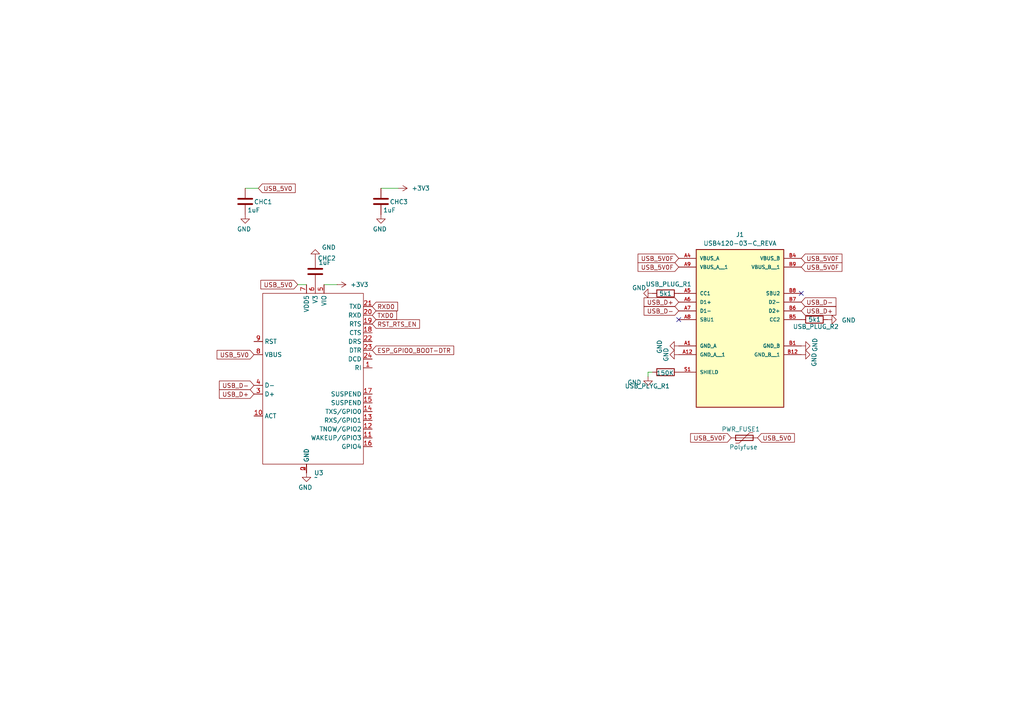
<source format=kicad_sch>
(kicad_sch
	(version 20240819)
	(generator "eeschema")
	(generator_version "8.99")
	(uuid "800deb79-5c77-443b-9c73-cd6e578abb0a")
	(paper "A4")
	(lib_symbols
		(symbol "AeonLabs_connectors:USB4120-03-C_REVA"
			(pin_names
				(offset 1.016)
			)
			(exclude_from_sim no)
			(in_bom yes)
			(on_board yes)
			(property "Reference" "J"
				(at -12.7 16.002 0)
				(effects
					(font
						(size 1.27 1.27)
					)
					(justify left bottom)
				)
			)
			(property "Value" "USB4120-03-C_REVA"
				(at -12.7 -31.242 0)
				(effects
					(font
						(size 1.27 1.27)
					)
					(justify left top)
				)
			)
			(property "Footprint" "AeonLabs_Connectors:USB-C Vertical GCT_USB4120-03-C_REVA"
				(at 9.8552 25.4254 0)
				(effects
					(font
						(size 1.27 1.27)
					)
					(justify bottom)
					(hide yes)
				)
			)
			(property "Datasheet" ""
				(at 0 0 0)
				(effects
					(font
						(size 1.27 1.27)
					)
					(hide yes)
				)
			)
			(property "Description" "USB 2.0 Connector Type C Vertical Receptacle, 6.50mm profile, 16 Pins, Surface mount, Top mount, low profile, low cost"
				(at 0.9652 24.4094 0)
				(effects
					(font
						(size 1.27 1.27)
					)
					(justify bottom)
					(hide yes)
				)
			)
			(property "MF" "Global Connector Technology"
				(at 8.4328 22.098 0)
				(effects
					(font
						(size 1.27 1.27)
					)
					(justify bottom)
					(hide yes)
				)
			)
			(property "MAXIMUM_PACKAGE_HEIGHT" "6.5mm"
				(at 10.0838 24.638 0)
				(effects
					(font
						(size 1.27 1.27)
					)
					(justify bottom)
					(hide yes)
				)
			)
			(property "Package" "None"
				(at 7.0866 24.5872 0)
				(effects
					(font
						(size 1.27 1.27)
					)
					(justify bottom)
					(hide yes)
				)
			)
			(property "Price" "None"
				(at 10.0838 24.3586 0)
				(effects
					(font
						(size 1.27 1.27)
					)
					(justify bottom)
					(hide yes)
				)
			)
			(property "Check_prices" "https://www.snapeda.com/parts/USB4120-03-C/Global+Connector+Technology/view-part/?ref=eda"
				(at 1.2446 21.2598 0)
				(effects
					(font
						(size 1.27 1.27)
					)
					(justify bottom)
					(hide yes)
				)
			)
			(property "STANDARD" "Manufacturer Recommendations"
				(at 40.3098 20.9296 0)
				(effects
					(font
						(size 1.27 1.27)
					)
					(justify bottom)
					(hide yes)
				)
			)
			(property "PARTREV" "A"
				(at 0 0 0)
				(effects
					(font
						(size 1.27 1.27)
					)
					(justify bottom)
					(hide yes)
				)
			)
			(property "SnapEDA_Link" "https://www.snapeda.com/parts/USB4120-03-C/Global+Connector+Technology/view-part/?ref=snap"
				(at 1.2446 24.5872 0)
				(effects
					(font
						(size 1.27 1.27)
					)
					(justify bottom)
					(hide yes)
				)
			)
			(property "MP" "USB4120-03-C"
				(at 18.923 24.6888 0)
				(effects
					(font
						(size 1.27 1.27)
					)
					(justify bottom)
					(hide yes)
				)
			)
			(property "Availability" "In Stock"
				(at 7.2644 24.9174 0)
				(effects
					(font
						(size 1.27 1.27)
					)
					(justify bottom)
					(hide yes)
				)
			)
			(property "MANUFACTURER" "GCT"
				(at 7.6454 24.003 0)
				(effects
					(font
						(size 1.27 1.27)
					)
					(justify bottom)
					(hide yes)
				)
			)
			(symbol "USB4120-03-C_REVA_0_0"
				(rectangle
					(start -12.7 -30.48)
					(end 12.7 15.24)
					(stroke
						(width 0.254)
						(type default)
					)
					(fill
						(type background)
					)
				)
				(pin power_in line
					(at -17.78 12.7 0)
					(length 5.08)
					(name "VBUS_A"
						(effects
							(font
								(size 1.016 1.016)
							)
						)
					)
					(number "A4"
						(effects
							(font
								(size 1.016 1.016)
							)
						)
					)
				)
				(pin power_in line
					(at -17.78 10.16 0)
					(length 5.08)
					(name "VBUS_A__1"
						(effects
							(font
								(size 1.016 1.016)
							)
						)
					)
					(number "A9"
						(effects
							(font
								(size 1.016 1.016)
							)
						)
					)
				)
				(pin bidirectional line
					(at -17.78 2.54 0)
					(length 5.08)
					(name "CC1"
						(effects
							(font
								(size 1.016 1.016)
							)
						)
					)
					(number "A5"
						(effects
							(font
								(size 1.016 1.016)
							)
						)
					)
				)
				(pin bidirectional line
					(at -17.78 0 0)
					(length 5.08)
					(name "D1+"
						(effects
							(font
								(size 1.016 1.016)
							)
						)
					)
					(number "A6"
						(effects
							(font
								(size 1.016 1.016)
							)
						)
					)
				)
				(pin bidirectional line
					(at -17.78 -2.54 0)
					(length 5.08)
					(name "D1-"
						(effects
							(font
								(size 1.016 1.016)
							)
						)
					)
					(number "A7"
						(effects
							(font
								(size 1.016 1.016)
							)
						)
					)
				)
				(pin bidirectional line
					(at -17.78 -5.08 0)
					(length 5.08)
					(name "SBU1"
						(effects
							(font
								(size 1.016 1.016)
							)
						)
					)
					(number "A8"
						(effects
							(font
								(size 1.016 1.016)
							)
						)
					)
				)
				(pin power_in line
					(at -17.78 -12.7 0)
					(length 5.08)
					(name "GND_A"
						(effects
							(font
								(size 1.016 1.016)
							)
						)
					)
					(number "A1"
						(effects
							(font
								(size 1.016 1.016)
							)
						)
					)
				)
				(pin power_in line
					(at -17.78 -15.24 0)
					(length 5.08)
					(name "GND_A__1"
						(effects
							(font
								(size 1.016 1.016)
							)
						)
					)
					(number "A12"
						(effects
							(font
								(size 1.016 1.016)
							)
						)
					)
				)
				(pin passive line
					(at -17.78 -20.32 0)
					(length 5.08)
					(name "SHIELD"
						(effects
							(font
								(size 1.016 1.016)
							)
						)
					)
					(number "S1"
						(effects
							(font
								(size 1.016 1.016)
							)
						)
					)
				)
				(pin power_in line
					(at 17.78 12.7 180)
					(length 5.08)
					(name "VBUS_B"
						(effects
							(font
								(size 1.016 1.016)
							)
						)
					)
					(number "B4"
						(effects
							(font
								(size 1.016 1.016)
							)
						)
					)
				)
				(pin power_in line
					(at 17.78 10.16 180)
					(length 5.08)
					(name "VBUS_B__1"
						(effects
							(font
								(size 1.016 1.016)
							)
						)
					)
					(number "B9"
						(effects
							(font
								(size 1.016 1.016)
							)
						)
					)
				)
				(pin bidirectional line
					(at 17.78 2.54 180)
					(length 5.08)
					(name "SBU2"
						(effects
							(font
								(size 1.016 1.016)
							)
						)
					)
					(number "B8"
						(effects
							(font
								(size 1.016 1.016)
							)
						)
					)
				)
				(pin bidirectional line
					(at 17.78 0 180)
					(length 5.08)
					(name "D2-"
						(effects
							(font
								(size 1.016 1.016)
							)
						)
					)
					(number "B7"
						(effects
							(font
								(size 1.016 1.016)
							)
						)
					)
				)
				(pin bidirectional line
					(at 17.78 -2.54 180)
					(length 5.08)
					(name "D2+"
						(effects
							(font
								(size 1.016 1.016)
							)
						)
					)
					(number "B6"
						(effects
							(font
								(size 1.016 1.016)
							)
						)
					)
				)
				(pin bidirectional line
					(at 17.78 -5.08 180)
					(length 5.08)
					(name "CC2"
						(effects
							(font
								(size 1.016 1.016)
							)
						)
					)
					(number "B5"
						(effects
							(font
								(size 1.016 1.016)
							)
						)
					)
				)
				(pin power_in line
					(at 17.78 -12.7 180)
					(length 5.08)
					(name "GND_B"
						(effects
							(font
								(size 1.016 1.016)
							)
						)
					)
					(number "B1"
						(effects
							(font
								(size 1.016 1.016)
							)
						)
					)
				)
				(pin power_in line
					(at 17.78 -15.24 180)
					(length 5.08)
					(name "GND_B__1"
						(effects
							(font
								(size 1.016 1.016)
							)
						)
					)
					(number "B12"
						(effects
							(font
								(size 1.016 1.016)
							)
						)
					)
				)
			)
			(embedded_fonts no)
		)
		(symbol "CH9102F_1"
			(exclude_from_sim no)
			(in_bom yes)
			(on_board yes)
			(property "Reference" "U"
				(at 0.254 6.8072 0)
				(effects
					(font
						(size 1.27 1.27)
					)
				)
			)
			(property "Value" ""
				(at 0 0 0)
				(effects
					(font
						(size 1.27 1.27)
					)
				)
			)
			(property "Footprint" "AeonLabs_IC:CH9102F"
				(at 9.144 20.32 0)
				(effects
					(font
						(size 1.27 1.27)
					)
					(hide yes)
				)
			)
			(property "Datasheet" ""
				(at 0 0 0)
				(effects
					(font
						(size 1.27 1.27)
					)
					(hide yes)
				)
			)
			(property "Description" ""
				(at 0 0 0)
				(effects
					(font
						(size 1.27 1.27)
					)
					(hide yes)
				)
			)
			(symbol "CH9102F_1_0_1"
				(rectangle
					(start -3.81 29.21)
					(end 25.4 -20.32)
					(stroke
						(width 0)
						(type default)
					)
					(fill
						(type none)
					)
				)
			)
			(symbol "CH9102F_1_1_1"
				(pin bidirectional line
					(at -6.35 15.24 0)
					(length 2.54)
					(name "RST"
						(effects
							(font
								(size 1.27 1.27)
							)
						)
					)
					(number "9"
						(effects
							(font
								(size 1.27 1.27)
							)
						)
					)
				)
				(pin input line
					(at -6.35 11.43 0)
					(length 2.54)
					(name "VBUS"
						(effects
							(font
								(size 1.27 1.27)
							)
						)
					)
					(number "8"
						(effects
							(font
								(size 1.27 1.27)
							)
						)
					)
				)
				(pin bidirectional line
					(at -6.35 2.54 0)
					(length 2.54)
					(name "D-"
						(effects
							(font
								(size 1.27 1.27)
							)
						)
					)
					(number "4"
						(effects
							(font
								(size 1.27 1.27)
							)
						)
					)
				)
				(pin bidirectional line
					(at -6.35 0 0)
					(length 2.54)
					(name "D+"
						(effects
							(font
								(size 1.27 1.27)
							)
						)
					)
					(number "3"
						(effects
							(font
								(size 1.27 1.27)
							)
						)
					)
				)
				(pin output line
					(at -6.35 -6.35 0)
					(length 2.54)
					(name "ACT"
						(effects
							(font
								(size 1.27 1.27)
							)
						)
					)
					(number "10"
						(effects
							(font
								(size 1.27 1.27)
							)
						)
					)
				)
				(pin power_in line
					(at 8.89 31.75 270)
					(length 2.54)
					(name "VDD5"
						(effects
							(font
								(size 1.27 1.27)
							)
						)
					)
					(number "7"
						(effects
							(font
								(size 1.27 1.27)
							)
						)
					)
				)
				(pin power_in line
					(at 8.89 -22.86 90)
					(length 2.54)
					(name "GND"
						(effects
							(font
								(size 1.27 1.27)
							)
						)
					)
					(number "0"
						(effects
							(font
								(size 1.27 1.27)
							)
						)
					)
				)
				(pin power_in line
					(at 8.89 -22.86 90)
					(length 2.54)
					(name "GND"
						(effects
							(font
								(size 1.27 1.27)
							)
						)
					)
					(number "2"
						(effects
							(font
								(size 1.27 1.27)
							)
						)
					)
				)
				(pin power_in line
					(at 11.43 31.75 270)
					(length 2.54)
					(name "V3"
						(effects
							(font
								(size 1.27 1.27)
							)
						)
					)
					(number "6"
						(effects
							(font
								(size 1.27 1.27)
							)
						)
					)
				)
				(pin power_in line
					(at 13.97 31.75 270)
					(length 2.54)
					(name "VIO"
						(effects
							(font
								(size 1.27 1.27)
							)
						)
					)
					(number "5"
						(effects
							(font
								(size 1.27 1.27)
							)
						)
					)
				)
				(pin output line
					(at 27.94 25.4 180)
					(length 2.54)
					(name "TXD"
						(effects
							(font
								(size 1.27 1.27)
							)
						)
					)
					(number "21"
						(effects
							(font
								(size 1.27 1.27)
							)
						)
					)
				)
				(pin input line
					(at 27.94 22.86 180)
					(length 2.54)
					(name "RXD"
						(effects
							(font
								(size 1.27 1.27)
							)
						)
					)
					(number "20"
						(effects
							(font
								(size 1.27 1.27)
							)
						)
					)
				)
				(pin output line
					(at 27.94 20.32 180)
					(length 2.54)
					(name "RTS"
						(effects
							(font
								(size 1.27 1.27)
							)
						)
					)
					(number "19"
						(effects
							(font
								(size 1.27 1.27)
							)
						)
					)
				)
				(pin input line
					(at 27.94 17.78 180)
					(length 2.54)
					(name "CTS"
						(effects
							(font
								(size 1.27 1.27)
							)
						)
					)
					(number "18"
						(effects
							(font
								(size 1.27 1.27)
							)
						)
					)
				)
				(pin input line
					(at 27.94 15.24 180)
					(length 2.54)
					(name "DRS"
						(effects
							(font
								(size 1.27 1.27)
							)
						)
					)
					(number "22"
						(effects
							(font
								(size 1.27 1.27)
							)
						)
					)
				)
				(pin output line
					(at 27.94 12.7 180)
					(length 2.54)
					(name "DTR"
						(effects
							(font
								(size 1.27 1.27)
							)
						)
					)
					(number "23"
						(effects
							(font
								(size 1.27 1.27)
							)
						)
					)
				)
				(pin input line
					(at 27.94 10.16 180)
					(length 2.54)
					(name "DCD"
						(effects
							(font
								(size 1.27 1.27)
							)
						)
					)
					(number "24"
						(effects
							(font
								(size 1.27 1.27)
							)
						)
					)
				)
				(pin input line
					(at 27.94 7.62 180)
					(length 2.54)
					(name "RI"
						(effects
							(font
								(size 1.27 1.27)
							)
						)
					)
					(number "1"
						(effects
							(font
								(size 1.27 1.27)
							)
						)
					)
				)
				(pin output line
					(at 27.94 0 180)
					(length 2.54)
					(name "SUSPEND"
						(effects
							(font
								(size 1.27 1.27)
							)
						)
					)
					(number "17"
						(effects
							(font
								(size 1.27 1.27)
							)
						)
					)
				)
				(pin output line
					(at 27.94 -2.54 180)
					(length 2.54)
					(name "SUSPEND"
						(effects
							(font
								(size 1.27 1.27)
							)
						)
					)
					(number "15"
						(effects
							(font
								(size 1.27 1.27)
							)
						)
					)
				)
				(pin bidirectional line
					(at 27.94 -5.08 180)
					(length 2.54)
					(name "TXS/GPIO0"
						(effects
							(font
								(size 1.27 1.27)
							)
						)
					)
					(number "14"
						(effects
							(font
								(size 1.27 1.27)
							)
						)
					)
				)
				(pin bidirectional line
					(at 27.94 -7.62 180)
					(length 2.54)
					(name "RXS/GPIO1"
						(effects
							(font
								(size 1.27 1.27)
							)
						)
					)
					(number "13"
						(effects
							(font
								(size 1.27 1.27)
							)
						)
					)
				)
				(pin bidirectional line
					(at 27.94 -10.16 180)
					(length 2.54)
					(name "TNOW/GPIO2"
						(effects
							(font
								(size 1.27 1.27)
							)
						)
					)
					(number "12"
						(effects
							(font
								(size 1.27 1.27)
							)
						)
					)
				)
				(pin bidirectional line
					(at 27.94 -12.7 180)
					(length 2.54)
					(name "WAKEUP/GPIO3"
						(effects
							(font
								(size 1.27 1.27)
							)
						)
					)
					(number "11"
						(effects
							(font
								(size 1.27 1.27)
							)
						)
					)
				)
				(pin bidirectional line
					(at 27.94 -15.24 180)
					(length 2.54)
					(name "GPIO4"
						(effects
							(font
								(size 1.27 1.27)
							)
						)
					)
					(number "16"
						(effects
							(font
								(size 1.27 1.27)
							)
						)
					)
				)
			)
			(embedded_fonts no)
		)
		(symbol "Device:C"
			(pin_numbers hide)
			(pin_names
				(offset 0.254)
			)
			(exclude_from_sim no)
			(in_bom yes)
			(on_board yes)
			(property "Reference" "C"
				(at 0.635 2.54 0)
				(effects
					(font
						(size 1.27 1.27)
					)
					(justify left)
				)
			)
			(property "Value" "C"
				(at 0.635 -2.54 0)
				(effects
					(font
						(size 1.27 1.27)
					)
					(justify left)
				)
			)
			(property "Footprint" ""
				(at 0.9652 -3.81 0)
				(effects
					(font
						(size 1.27 1.27)
					)
					(hide yes)
				)
			)
			(property "Datasheet" "~"
				(at 0 0 0)
				(effects
					(font
						(size 1.27 1.27)
					)
					(hide yes)
				)
			)
			(property "Description" "Unpolarized capacitor"
				(at 0 0 0)
				(effects
					(font
						(size 1.27 1.27)
					)
					(hide yes)
				)
			)
			(property "ki_keywords" "cap capacitor"
				(at 0 0 0)
				(effects
					(font
						(size 1.27 1.27)
					)
					(hide yes)
				)
			)
			(property "ki_fp_filters" "C_*"
				(at 0 0 0)
				(effects
					(font
						(size 1.27 1.27)
					)
					(hide yes)
				)
			)
			(symbol "C_0_1"
				(polyline
					(pts
						(xy -2.032 0.762) (xy 2.032 0.762)
					)
					(stroke
						(width 0.508)
						(type default)
					)
					(fill
						(type none)
					)
				)
				(polyline
					(pts
						(xy -2.032 -0.762) (xy 2.032 -0.762)
					)
					(stroke
						(width 0.508)
						(type default)
					)
					(fill
						(type none)
					)
				)
			)
			(symbol "C_1_1"
				(pin passive line
					(at 0 3.81 270)
					(length 2.794)
					(name "~"
						(effects
							(font
								(size 1.27 1.27)
							)
						)
					)
					(number "1"
						(effects
							(font
								(size 1.27 1.27)
							)
						)
					)
				)
				(pin passive line
					(at 0 -3.81 90)
					(length 2.794)
					(name "~"
						(effects
							(font
								(size 1.27 1.27)
							)
						)
					)
					(number "2"
						(effects
							(font
								(size 1.27 1.27)
							)
						)
					)
				)
			)
			(embedded_fonts no)
		)
		(symbol "Device:Polyfuse"
			(pin_numbers hide)
			(pin_names
				(offset 0)
			)
			(exclude_from_sim no)
			(in_bom yes)
			(on_board yes)
			(property "Reference" "F"
				(at -2.54 0 90)
				(effects
					(font
						(size 1.27 1.27)
					)
				)
			)
			(property "Value" "Polyfuse"
				(at 2.54 0 90)
				(effects
					(font
						(size 1.27 1.27)
					)
				)
			)
			(property "Footprint" ""
				(at 1.27 -5.08 0)
				(effects
					(font
						(size 1.27 1.27)
					)
					(justify left)
					(hide yes)
				)
			)
			(property "Datasheet" "~"
				(at 0 0 0)
				(effects
					(font
						(size 1.27 1.27)
					)
					(hide yes)
				)
			)
			(property "Description" "Resettable fuse, polymeric positive temperature coefficient"
				(at 0 0 0)
				(effects
					(font
						(size 1.27 1.27)
					)
					(hide yes)
				)
			)
			(property "ki_keywords" "resettable fuse PTC PPTC polyfuse polyswitch"
				(at 0 0 0)
				(effects
					(font
						(size 1.27 1.27)
					)
					(hide yes)
				)
			)
			(property "ki_fp_filters" "*polyfuse* *PTC*"
				(at 0 0 0)
				(effects
					(font
						(size 1.27 1.27)
					)
					(hide yes)
				)
			)
			(symbol "Polyfuse_0_1"
				(polyline
					(pts
						(xy -1.524 2.54) (xy -1.524 1.524) (xy 1.524 -1.524) (xy 1.524 -2.54)
					)
					(stroke
						(width 0)
						(type default)
					)
					(fill
						(type none)
					)
				)
				(rectangle
					(start -0.762 2.54)
					(end 0.762 -2.54)
					(stroke
						(width 0.254)
						(type default)
					)
					(fill
						(type none)
					)
				)
				(polyline
					(pts
						(xy 0 2.54) (xy 0 -2.54)
					)
					(stroke
						(width 0)
						(type default)
					)
					(fill
						(type none)
					)
				)
			)
			(symbol "Polyfuse_1_1"
				(pin passive line
					(at 0 3.81 270)
					(length 1.27)
					(name "~"
						(effects
							(font
								(size 1.27 1.27)
							)
						)
					)
					(number "1"
						(effects
							(font
								(size 1.27 1.27)
							)
						)
					)
				)
				(pin passive line
					(at 0 -3.81 90)
					(length 1.27)
					(name "~"
						(effects
							(font
								(size 1.27 1.27)
							)
						)
					)
					(number "2"
						(effects
							(font
								(size 1.27 1.27)
							)
						)
					)
				)
			)
			(embedded_fonts no)
		)
		(symbol "Device:R"
			(pin_numbers hide)
			(pin_names
				(offset 0)
			)
			(exclude_from_sim no)
			(in_bom yes)
			(on_board yes)
			(property "Reference" "R"
				(at 2.032 0 90)
				(effects
					(font
						(size 1.27 1.27)
					)
				)
			)
			(property "Value" "R"
				(at 0 0 90)
				(effects
					(font
						(size 1.27 1.27)
					)
				)
			)
			(property "Footprint" ""
				(at -1.778 0 90)
				(effects
					(font
						(size 1.27 1.27)
					)
					(hide yes)
				)
			)
			(property "Datasheet" "~"
				(at 0 0 0)
				(effects
					(font
						(size 1.27 1.27)
					)
					(hide yes)
				)
			)
			(property "Description" "Resistor"
				(at 0 0 0)
				(effects
					(font
						(size 1.27 1.27)
					)
					(hide yes)
				)
			)
			(property "ki_keywords" "R res resistor"
				(at 0 0 0)
				(effects
					(font
						(size 1.27 1.27)
					)
					(hide yes)
				)
			)
			(property "ki_fp_filters" "R_*"
				(at 0 0 0)
				(effects
					(font
						(size 1.27 1.27)
					)
					(hide yes)
				)
			)
			(symbol "R_0_1"
				(rectangle
					(start -1.016 -2.54)
					(end 1.016 2.54)
					(stroke
						(width 0.254)
						(type default)
					)
					(fill
						(type none)
					)
				)
			)
			(symbol "R_1_1"
				(pin passive line
					(at 0 3.81 270)
					(length 1.27)
					(name "~"
						(effects
							(font
								(size 1.27 1.27)
							)
						)
					)
					(number "1"
						(effects
							(font
								(size 1.27 1.27)
							)
						)
					)
				)
				(pin passive line
					(at 0 -3.81 90)
					(length 1.27)
					(name "~"
						(effects
							(font
								(size 1.27 1.27)
							)
						)
					)
					(number "2"
						(effects
							(font
								(size 1.27 1.27)
							)
						)
					)
				)
			)
			(embedded_fonts no)
		)
		(symbol "power:+3V3"
			(power)
			(pin_numbers hide)
			(pin_names
				(offset 0) hide)
			(exclude_from_sim no)
			(in_bom yes)
			(on_board yes)
			(property "Reference" "#PWR"
				(at 0 -3.81 0)
				(effects
					(font
						(size 1.27 1.27)
					)
					(hide yes)
				)
			)
			(property "Value" "+3V3"
				(at 0 3.556 0)
				(effects
					(font
						(size 1.27 1.27)
					)
				)
			)
			(property "Footprint" ""
				(at 0 0 0)
				(effects
					(font
						(size 1.27 1.27)
					)
					(hide yes)
				)
			)
			(property "Datasheet" ""
				(at 0 0 0)
				(effects
					(font
						(size 1.27 1.27)
					)
					(hide yes)
				)
			)
			(property "Description" "Power symbol creates a global label with name \"+3V3\""
				(at 0 0 0)
				(effects
					(font
						(size 1.27 1.27)
					)
					(hide yes)
				)
			)
			(property "ki_keywords" "global power"
				(at 0 0 0)
				(effects
					(font
						(size 1.27 1.27)
					)
					(hide yes)
				)
			)
			(symbol "+3V3_0_1"
				(polyline
					(pts
						(xy -0.762 1.27) (xy 0 2.54)
					)
					(stroke
						(width 0)
						(type default)
					)
					(fill
						(type none)
					)
				)
				(polyline
					(pts
						(xy 0 2.54) (xy 0.762 1.27)
					)
					(stroke
						(width 0)
						(type default)
					)
					(fill
						(type none)
					)
				)
				(polyline
					(pts
						(xy 0 0) (xy 0 2.54)
					)
					(stroke
						(width 0)
						(type default)
					)
					(fill
						(type none)
					)
				)
			)
			(symbol "+3V3_1_1"
				(pin power_in line
					(at 0 0 90)
					(length 0)
					(name "~"
						(effects
							(font
								(size 1.27 1.27)
							)
						)
					)
					(number "1"
						(effects
							(font
								(size 1.27 1.27)
							)
						)
					)
				)
			)
			(embedded_fonts no)
		)
		(symbol "power:GND"
			(power)
			(pin_names
				(offset 0)
			)
			(exclude_from_sim no)
			(in_bom yes)
			(on_board yes)
			(property "Reference" "#PWR"
				(at 0 -6.35 0)
				(effects
					(font
						(size 1.27 1.27)
					)
					(hide yes)
				)
			)
			(property "Value" "GND"
				(at 0 -3.81 0)
				(effects
					(font
						(size 1.27 1.27)
					)
				)
			)
			(property "Footprint" ""
				(at 0 0 0)
				(effects
					(font
						(size 1.27 1.27)
					)
					(hide yes)
				)
			)
			(property "Datasheet" ""
				(at 0 0 0)
				(effects
					(font
						(size 1.27 1.27)
					)
					(hide yes)
				)
			)
			(property "Description" "Power symbol creates a global label with name \"GND\" , ground"
				(at 0 0 0)
				(effects
					(font
						(size 1.27 1.27)
					)
					(hide yes)
				)
			)
			(property "ki_keywords" "power-flag"
				(at 0 0 0)
				(effects
					(font
						(size 1.27 1.27)
					)
					(hide yes)
				)
			)
			(symbol "GND_0_1"
				(polyline
					(pts
						(xy 0 0) (xy 0 -1.27) (xy 1.27 -1.27) (xy 0 -2.54) (xy -1.27 -1.27) (xy 0 -1.27)
					)
					(stroke
						(width 0)
						(type default)
					)
					(fill
						(type none)
					)
				)
			)
			(symbol "GND_1_1"
				(pin power_in line
					(at 0 0 270)
					(length 0) hide
					(name "GND"
						(effects
							(font
								(size 1.27 1.27)
							)
						)
					)
					(number "1"
						(effects
							(font
								(size 1.27 1.27)
							)
						)
					)
				)
			)
			(embedded_fonts no)
		)
	)
	(no_connect
		(at 196.85 92.71)
		(uuid "58b37a87-d222-4730-97d3-79bcd8752e0b")
	)
	(no_connect
		(at 232.41 85.09)
		(uuid "effbda58-39eb-4e09-a17f-d5722f52666d")
	)
	(wire
		(pts
			(xy 187.96 107.95) (xy 189.23 107.95)
		)
		(stroke
			(width 0)
			(type default)
		)
		(uuid "078c9e2b-1109-4590-b7af-f75398bee7b8")
	)
	(wire
		(pts
			(xy 71.12 54.61) (xy 74.93 54.61)
		)
		(stroke
			(width 0)
			(type default)
		)
		(uuid "3c8f3be9-83a3-4cb9-a549-908ffbb654ed")
	)
	(wire
		(pts
			(xy 187.96 109.22) (xy 187.96 107.95)
		)
		(stroke
			(width 0)
			(type default)
		)
		(uuid "5129fc0a-eebf-4246-9067-4282a43be013")
	)
	(wire
		(pts
			(xy 86.36 82.55) (xy 88.9 82.55)
		)
		(stroke
			(width 0)
			(type default)
		)
		(uuid "97892886-887b-4c2e-9b25-3f2a19a09c1d")
	)
	(wire
		(pts
			(xy 110.49 54.61) (xy 115.57 54.61)
		)
		(stroke
			(width 0)
			(type default)
		)
		(uuid "f7f6bc41-4ee2-4526-bd27-154e6f0d5ad1")
	)
	(wire
		(pts
			(xy 97.79 82.55) (xy 93.98 82.55)
		)
		(stroke
			(width 0)
			(type default)
		)
		(uuid "f942fb1d-9030-4504-a8ec-52bd75cd4457")
	)
	(global_label "USB_5V0"
		(shape input)
		(at 219.71 127 0)
		(fields_autoplaced yes)
		(effects
			(font
				(size 1.27 1.27)
			)
			(justify left)
		)
		(uuid "06a40a48-0a17-4200-aa0a-d4d930a5d586")
		(property "Intersheetrefs" "${INTERSHEET_REFS}"
			(at 230.9804 127 0)
			(effects
				(font
					(size 1.27 1.27)
				)
				(justify left)
				(hide yes)
			)
		)
	)
	(global_label "USB_D+"
		(shape input)
		(at 196.85 87.63 180)
		(fields_autoplaced yes)
		(effects
			(font
				(size 1.27 1.27)
			)
			(justify right)
		)
		(uuid "16785ced-7a36-46d2-8fba-cd394242b4ec")
		(property "Intersheetrefs" "${INTERSHEET_REFS}"
			(at 186.8169 87.7094 0)
			(effects
				(font
					(size 1.27 1.27)
				)
				(justify right)
				(hide yes)
			)
		)
	)
	(global_label "USB_D+"
		(shape input)
		(at 73.66 114.3 180)
		(fields_autoplaced yes)
		(effects
			(font
				(size 1.27 1.27)
			)
			(justify right)
		)
		(uuid "1fa1b0b0-fbe8-4601-9fab-cfd5afc5cc62")
		(property "Intersheetrefs" "${INTERSHEET_REFS}"
			(at 63.6269 114.3794 0)
			(effects
				(font
					(size 1.27 1.27)
				)
				(justify right)
				(hide yes)
			)
		)
	)
	(global_label "USB_5V0"
		(shape input)
		(at 73.66 102.87 180)
		(fields_autoplaced yes)
		(effects
			(font
				(size 1.27 1.27)
			)
			(justify right)
		)
		(uuid "4010845e-56ef-4150-bb5f-5d256d3be257")
		(property "Intersheetrefs" "${INTERSHEET_REFS}"
			(at 62.3896 102.87 0)
			(effects
				(font
					(size 1.27 1.27)
				)
				(justify right)
				(hide yes)
			)
		)
	)
	(global_label "USB_5V0F"
		(shape input)
		(at 232.41 77.47 0)
		(fields_autoplaced yes)
		(effects
			(font
				(size 1.27 1.27)
			)
			(justify left)
		)
		(uuid "40f467d2-54a3-4f9b-95be-8f9ab5a9b7eb")
		(property "Intersheetrefs" "${INTERSHEET_REFS}"
			(at 244.6896 77.47 0)
			(effects
				(font
					(size 1.27 1.27)
				)
				(justify left)
				(hide yes)
			)
		)
	)
	(global_label "USB_5V0F"
		(shape input)
		(at 232.41 74.93 0)
		(fields_autoplaced yes)
		(effects
			(font
				(size 1.27 1.27)
			)
			(justify left)
		)
		(uuid "43626137-9844-4830-95b5-1810bafbff90")
		(property "Intersheetrefs" "${INTERSHEET_REFS}"
			(at 244.6896 74.93 0)
			(effects
				(font
					(size 1.27 1.27)
				)
				(justify left)
				(hide yes)
			)
		)
	)
	(global_label "USB_D-"
		(shape input)
		(at 196.85 90.17 180)
		(fields_autoplaced yes)
		(effects
			(font
				(size 1.27 1.27)
			)
			(justify right)
		)
		(uuid "6e976f67-9d4a-49ae-805c-2f546b9fd120")
		(property "Intersheetrefs" "${INTERSHEET_REFS}"
			(at 186.8169 90.2494 0)
			(effects
				(font
					(size 1.27 1.27)
				)
				(justify right)
				(hide yes)
			)
		)
	)
	(global_label "TXD0"
		(shape input)
		(at 107.95 91.44 0)
		(fields_autoplaced yes)
		(effects
			(font
				(size 1.27 1.27)
			)
			(justify left)
		)
		(uuid "7b40425e-a6e9-413e-a767-b1de529cf403")
		(property "Intersheetrefs" "${INTERSHEET_REFS}"
			(at 115.0198 91.5194 0)
			(effects
				(font
					(size 1.27 1.27)
				)
				(justify left)
				(hide yes)
			)
		)
	)
	(global_label "USB_5V0F"
		(shape input)
		(at 196.85 74.93 180)
		(fields_autoplaced yes)
		(effects
			(font
				(size 1.27 1.27)
			)
			(justify right)
		)
		(uuid "9e6feaa6-98d0-4435-ac86-4309313870ad")
		(property "Intersheetrefs" "${INTERSHEET_REFS}"
			(at 184.5704 74.93 0)
			(effects
				(font
					(size 1.27 1.27)
				)
				(justify right)
				(hide yes)
			)
		)
	)
	(global_label "USB_5V0"
		(shape input)
		(at 86.36 82.55 180)
		(fields_autoplaced yes)
		(effects
			(font
				(size 1.27 1.27)
			)
			(justify right)
		)
		(uuid "a082b57b-eebc-4fc7-b42b-475fb14f1148")
		(property "Intersheetrefs" "${INTERSHEET_REFS}"
			(at 75.0896 82.55 0)
			(effects
				(font
					(size 1.27 1.27)
				)
				(justify right)
				(hide yes)
			)
		)
	)
	(global_label "USB_D+"
		(shape input)
		(at 232.41 90.17 0)
		(fields_autoplaced yes)
		(effects
			(font
				(size 1.27 1.27)
			)
			(justify left)
		)
		(uuid "a5f1c997-5372-48a8-955b-801e0e5f4dbc")
		(property "Intersheetrefs" "${INTERSHEET_REFS}"
			(at 242.4431 90.0906 0)
			(effects
				(font
					(size 1.27 1.27)
				)
				(justify left)
				(hide yes)
			)
		)
	)
	(global_label "USB_5V0F"
		(shape input)
		(at 212.09 127 180)
		(fields_autoplaced yes)
		(effects
			(font
				(size 1.27 1.27)
			)
			(justify right)
		)
		(uuid "b52d3e06-d291-45c8-b7a1-6051faab832c")
		(property "Intersheetrefs" "${INTERSHEET_REFS}"
			(at 199.8104 127 0)
			(effects
				(font
					(size 1.27 1.27)
				)
				(justify right)
				(hide yes)
			)
		)
	)
	(global_label "USB_5V0F"
		(shape input)
		(at 196.85 77.47 180)
		(fields_autoplaced yes)
		(effects
			(font
				(size 1.27 1.27)
			)
			(justify right)
		)
		(uuid "c71c1eef-6fbf-4c8c-b994-9dfe17c06ba6")
		(property "Intersheetrefs" "${INTERSHEET_REFS}"
			(at 184.5704 77.47 0)
			(effects
				(font
					(size 1.27 1.27)
				)
				(justify right)
				(hide yes)
			)
		)
	)
	(global_label "RXD0"
		(shape input)
		(at 107.95 88.9 0)
		(fields_autoplaced yes)
		(effects
			(font
				(size 1.27 1.27)
			)
			(justify left)
		)
		(uuid "ccea0122-d6f0-45fb-9542-9bf04aa4e6be")
		(property "Intersheetrefs" "${INTERSHEET_REFS}"
			(at 115.3221 88.9794 0)
			(effects
				(font
					(size 1.27 1.27)
				)
				(justify left)
				(hide yes)
			)
		)
	)
	(global_label "USB_D-"
		(shape input)
		(at 73.66 111.76 180)
		(fields_autoplaced yes)
		(effects
			(font
				(size 1.27 1.27)
			)
			(justify right)
		)
		(uuid "d2ce8430-2385-4dab-8c14-bcd1cba86185")
		(property "Intersheetrefs" "${INTERSHEET_REFS}"
			(at 63.6269 111.8394 0)
			(effects
				(font
					(size 1.27 1.27)
				)
				(justify right)
				(hide yes)
			)
		)
	)
	(global_label "ESP_GPIO0_BOOT-DTR"
		(shape input)
		(at 107.95 101.6 0)
		(fields_autoplaced yes)
		(effects
			(font
				(size 1.27 1.27)
			)
			(justify left)
		)
		(uuid "ddda8520-adc9-48bc-8ea7-7b63f059c825")
		(property "Intersheetrefs" "${INTERSHEET_REFS}"
			(at 131.5902 101.5206 0)
			(effects
				(font
					(size 1.27 1.27)
				)
				(justify left)
				(hide yes)
			)
		)
	)
	(global_label "USB_5V0"
		(shape input)
		(at 74.93 54.61 0)
		(fields_autoplaced yes)
		(effects
			(font
				(size 1.27 1.27)
			)
			(justify left)
		)
		(uuid "ec96a361-e0c0-40f9-a7ea-fbfb319f18bf")
		(property "Intersheetrefs" "${INTERSHEET_REFS}"
			(at 86.2004 54.61 0)
			(effects
				(font
					(size 1.27 1.27)
				)
				(justify left)
				(hide yes)
			)
		)
	)
	(global_label "RST_RTS_EN"
		(shape input)
		(at 107.95 93.98 0)
		(fields_autoplaced yes)
		(effects
			(font
				(size 1.27 1.27)
			)
			(justify left)
		)
		(uuid "f0bf71b8-fe87-4832-929d-9772f01790bd")
		(property "Intersheetrefs" "${INTERSHEET_REFS}"
			(at 121.6721 94.0594 0)
			(effects
				(font
					(size 1.27 1.27)
				)
				(justify left)
				(hide yes)
			)
		)
	)
	(global_label "USB_D-"
		(shape input)
		(at 232.41 87.63 0)
		(fields_autoplaced yes)
		(effects
			(font
				(size 1.27 1.27)
			)
			(justify left)
		)
		(uuid "f1fe7fce-b629-4fc6-a7fa-59320ff63a69")
		(property "Intersheetrefs" "${INTERSHEET_REFS}"
			(at 242.4431 87.5506 0)
			(effects
				(font
					(size 1.27 1.27)
				)
				(justify left)
				(hide yes)
			)
		)
	)
	(symbol
		(lib_id "power:+3V3")
		(at 115.57 54.61 270)
		(unit 1)
		(exclude_from_sim no)
		(in_bom yes)
		(on_board yes)
		(dnp no)
		(fields_autoplaced yes)
		(uuid "04b32c08-9aa0-4ea1-8200-04945b348e08")
		(property "Reference" "#PWR01"
			(at 111.76 54.61 0)
			(effects
				(font
					(size 1.27 1.27)
				)
				(hide yes)
			)
		)
		(property "Value" "+3V3"
			(at 119.38 54.6099 90)
			(effects
				(font
					(size 1.27 1.27)
				)
				(justify left)
			)
		)
		(property "Footprint" ""
			(at 115.57 54.61 0)
			(effects
				(font
					(size 1.27 1.27)
				)
				(hide yes)
			)
		)
		(property "Datasheet" ""
			(at 115.57 54.61 0)
			(effects
				(font
					(size 1.27 1.27)
				)
				(hide yes)
			)
		)
		(property "Description" "Power symbol creates a global label with name \"+3V3\""
			(at 115.57 54.61 0)
			(effects
				(font
					(size 1.27 1.27)
				)
				(hide yes)
			)
		)
		(pin "1"
			(uuid "21af14ca-2ea4-4fe8-b689-f7a8c89ed63b")
		)
		(instances
			(project "REM"
				(path "/7afa8b92-3889-4c4b-999c-19cf054f5f94/16f83912-eaf8-4d9f-a2d3-f913e74b5e1b"
					(reference "#PWR01")
					(unit 1)
				)
			)
		)
	)
	(symbol
		(lib_name "CH9102F_1")
		(lib_id "AeonLabs_IC:CH9102F")
		(at 80.01 114.3 0)
		(unit 1)
		(exclude_from_sim no)
		(in_bom yes)
		(on_board yes)
		(dnp no)
		(fields_autoplaced yes)
		(uuid "13aaa8e0-982c-4293-8a7a-5ceb48430f24")
		(property "Reference" "U3"
			(at 91.0941 137.16 0)
			(effects
				(font
					(size 1.27 1.27)
				)
				(justify left)
			)
		)
		(property "Value" "~"
			(at 91.0941 138.43 0)
			(effects
				(font
					(size 1.27 1.27)
				)
				(justify left)
			)
		)
		(property "Footprint" "AeonLabs_IC:CH9102F"
			(at 89.154 93.98 0)
			(effects
				(font
					(size 1.27 1.27)
				)
				(hide yes)
			)
		)
		(property "Datasheet" ""
			(at 80.01 114.3 0)
			(effects
				(font
					(size 1.27 1.27)
				)
				(hide yes)
			)
		)
		(property "Description" ""
			(at 80.01 114.3 0)
			(effects
				(font
					(size 1.27 1.27)
				)
				(hide yes)
			)
		)
		(pin "19"
			(uuid "83045bb3-7bcb-4d01-bb49-ead09fd0e10b")
		)
		(pin "1"
			(uuid "dbd1b474-9ad4-46e5-9a1e-6089835bfd02")
		)
		(pin "16"
			(uuid "64fee642-43a7-430d-9f80-2b9333825698")
		)
		(pin "2"
			(uuid "6a81bdca-a9d4-46c3-86d4-c94a435443af")
		)
		(pin "21"
			(uuid "43e35f51-3cbd-48e0-8440-669327a2d537")
		)
		(pin "9"
			(uuid "20e358a0-a1a4-4f9c-9b1d-03dc675104f4")
		)
		(pin "5"
			(uuid "9b1e4184-63ca-4ad9-85a0-7ccfb5e4fa71")
		)
		(pin "14"
			(uuid "8c356145-9796-4424-b33f-9cf7f5ea2b1d")
		)
		(pin "18"
			(uuid "9ead854b-23a1-4ba2-ac1e-691723d49ee5")
		)
		(pin "8"
			(uuid "d64786eb-501e-418d-841b-059a222b3268")
		)
		(pin "7"
			(uuid "ec860211-250f-4a73-a702-5b5a84049afb")
		)
		(pin "10"
			(uuid "80978305-762e-4275-af51-cc96cf3e08e2")
		)
		(pin "17"
			(uuid "5efa85d1-9f9d-4241-b6cb-2de8a6c3637b")
		)
		(pin "22"
			(uuid "b8e74973-2bd9-4b87-93fe-a475dc267c47")
		)
		(pin "23"
			(uuid "d53cd966-6271-49ad-86b7-4d21e8408d4d")
		)
		(pin "0"
			(uuid "61807857-160c-46c0-86f8-2febc8e5ef08")
		)
		(pin "24"
			(uuid "2ded2f30-2391-4e52-a788-634f4784de62")
		)
		(pin "13"
			(uuid "f5af10c8-70ad-4cd0-b906-b0d6a0f479bb")
		)
		(pin "6"
			(uuid "000f1208-49cf-4e08-9c82-2792165774e2")
		)
		(pin "11"
			(uuid "6f611531-845f-49f5-b23a-6030031860f6")
		)
		(pin "3"
			(uuid "5e29d5d8-6aa3-445e-ac0e-b930d95db3d8")
		)
		(pin "15"
			(uuid "8ae718a7-f3c4-455c-9d7d-921a7f0cb9d5")
		)
		(pin "4"
			(uuid "eb8dd085-e477-499a-b40a-d4d81a821cbe")
		)
		(pin "20"
			(uuid "7701dff8-a40d-42c1-b6c1-0c6894bf99ed")
		)
		(pin "12"
			(uuid "519e84a7-c2ab-4a86-8aed-ad7195ea0741")
		)
		(instances
			(project "REM"
				(path "/7afa8b92-3889-4c4b-999c-19cf054f5f94/16f83912-eaf8-4d9f-a2d3-f913e74b5e1b"
					(reference "U3")
					(unit 1)
				)
			)
		)
	)
	(symbol
		(lib_id "power:GND")
		(at 232.41 100.33 90)
		(unit 1)
		(exclude_from_sim no)
		(in_bom yes)
		(on_board yes)
		(dnp no)
		(uuid "190b68e9-f893-4533-9158-523dfcf0732b")
		(property "Reference" "#PWR069"
			(at 238.76 100.33 0)
			(effects
				(font
					(size 1.27 1.27)
				)
				(hide yes)
			)
		)
		(property "Value" "GND"
			(at 236.3724 102.0826 0)
			(effects
				(font
					(size 1.27 1.27)
				)
				(justify left)
			)
		)
		(property "Footprint" ""
			(at 232.41 100.33 0)
			(effects
				(font
					(size 1.27 1.27)
				)
				(hide yes)
			)
		)
		(property "Datasheet" ""
			(at 232.41 100.33 0)
			(effects
				(font
					(size 1.27 1.27)
				)
				(hide yes)
			)
		)
		(property "Description" ""
			(at 232.41 100.33 0)
			(effects
				(font
					(size 1.27 1.27)
				)
				(hide yes)
			)
		)
		(pin "1"
			(uuid "a43e5ad1-9976-4a73-a53f-620768b1a73c")
		)
		(instances
			(project "REM"
				(path "/7afa8b92-3889-4c4b-999c-19cf054f5f94/16f83912-eaf8-4d9f-a2d3-f913e74b5e1b"
					(reference "#PWR069")
					(unit 1)
				)
			)
		)
	)
	(symbol
		(lib_id "Device:R")
		(at 236.22 92.71 90)
		(unit 1)
		(exclude_from_sim no)
		(in_bom yes)
		(on_board yes)
		(dnp no)
		(uuid "1ce9f550-7178-4999-b0b4-ec694d680adf")
		(property "Reference" "USB_PLUG_R2"
			(at 236.6264 94.742 90)
			(effects
				(font
					(size 1.27 1.27)
				)
			)
		)
		(property "Value" "5k1"
			(at 236.2454 92.6592 90)
			(effects
				(font
					(size 1.27 1.27)
				)
			)
		)
		(property "Footprint" "Resistor_SMD:R_0402_1005Metric"
			(at 236.22 94.488 90)
			(effects
				(font
					(size 1.27 1.27)
				)
				(hide yes)
			)
		)
		(property "Datasheet" "~"
			(at 236.22 92.71 0)
			(effects
				(font
					(size 1.27 1.27)
				)
				(hide yes)
			)
		)
		(property "Description" ""
			(at 236.22 92.71 0)
			(effects
				(font
					(size 1.27 1.27)
				)
				(hide yes)
			)
		)
		(pin "1"
			(uuid "54b02094-21a1-46bd-a69f-ee5f47f710bc")
		)
		(pin "2"
			(uuid "b0e9c442-613b-4602-8228-18e189c1bbde")
		)
		(instances
			(project "REM"
				(path "/7afa8b92-3889-4c4b-999c-19cf054f5f94/16f83912-eaf8-4d9f-a2d3-f913e74b5e1b"
					(reference "USB_PLUG_R2")
					(unit 1)
				)
			)
		)
	)
	(symbol
		(lib_id "power:GND")
		(at 240.03 92.71 90)
		(unit 1)
		(exclude_from_sim no)
		(in_bom yes)
		(on_board yes)
		(dnp no)
		(uuid "25c495c8-a990-40d5-af03-06762daa38a6")
		(property "Reference" "#PWR071"
			(at 246.38 92.71 0)
			(effects
				(font
					(size 1.27 1.27)
				)
				(hide yes)
			)
		)
		(property "Value" "GND"
			(at 244.094 92.8878 90)
			(effects
				(font
					(size 1.27 1.27)
				)
				(justify right)
			)
		)
		(property "Footprint" ""
			(at 240.03 92.71 0)
			(effects
				(font
					(size 1.27 1.27)
				)
				(hide yes)
			)
		)
		(property "Datasheet" ""
			(at 240.03 92.71 0)
			(effects
				(font
					(size 1.27 1.27)
				)
				(hide yes)
			)
		)
		(property "Description" ""
			(at 240.03 92.71 0)
			(effects
				(font
					(size 1.27 1.27)
				)
				(hide yes)
			)
		)
		(pin "1"
			(uuid "120bb331-cac6-4913-b4f2-1681abcc32c1")
		)
		(instances
			(project "REM"
				(path "/7afa8b92-3889-4c4b-999c-19cf054f5f94/16f83912-eaf8-4d9f-a2d3-f913e74b5e1b"
					(reference "#PWR071")
					(unit 1)
				)
			)
		)
	)
	(symbol
		(lib_id "Device:C")
		(at 110.49 58.42 0)
		(unit 1)
		(exclude_from_sim no)
		(in_bom yes)
		(on_board yes)
		(dnp no)
		(uuid "43a47cd8-9c2f-4f59-b65b-5d4cd32a9742")
		(property "Reference" "CHC3"
			(at 113.03 58.547 0)
			(effects
				(font
					(size 1.27 1.27)
				)
				(justify left)
			)
		)
		(property "Value" "1uF"
			(at 111.125 60.96 0)
			(effects
				(font
					(size 1.27 1.27)
				)
				(justify left)
			)
		)
		(property "Footprint" "Capacitor_SMD:C_0402_1005Metric"
			(at 111.4552 62.23 0)
			(effects
				(font
					(size 1.27 1.27)
				)
				(hide yes)
			)
		)
		(property "Datasheet" "~"
			(at 110.49 58.42 0)
			(effects
				(font
					(size 1.27 1.27)
				)
				(hide yes)
			)
		)
		(property "Description" ""
			(at 110.49 58.42 0)
			(effects
				(font
					(size 1.27 1.27)
				)
				(hide yes)
			)
		)
		(pin "1"
			(uuid "229e7e8a-e2b5-449d-aa7c-5944f76a8f38")
		)
		(pin "2"
			(uuid "59caf6ba-0785-4e98-b0e3-97b96caf8034")
		)
		(instances
			(project "REM"
				(path "/7afa8b92-3889-4c4b-999c-19cf054f5f94/16f83912-eaf8-4d9f-a2d3-f913e74b5e1b"
					(reference "CHC3")
					(unit 1)
				)
			)
		)
	)
	(symbol
		(lib_id "AeonLabs_connectors:USB4120-03-C_REVA")
		(at 214.63 87.63 0)
		(unit 1)
		(exclude_from_sim no)
		(in_bom yes)
		(on_board yes)
		(dnp no)
		(fields_autoplaced yes)
		(uuid "499f2fb8-a4d6-4c33-9fb0-892cd475783d")
		(property "Reference" "J1"
			(at 214.63 68.0466 0)
			(effects
				(font
					(size 1.27 1.27)
				)
			)
		)
		(property "Value" "USB4120-03-C_REVA"
			(at 214.63 70.5866 0)
			(effects
				(font
					(size 1.27 1.27)
				)
			)
		)
		(property "Footprint" "AeonLabs_Connectors:USB-C Vertical GCT_USB4120-03-C_REVA"
			(at 224.4852 62.2046 0)
			(effects
				(font
					(size 1.27 1.27)
				)
				(justify bottom)
				(hide yes)
			)
		)
		(property "Datasheet" ""
			(at 214.63 87.63 0)
			(effects
				(font
					(size 1.27 1.27)
				)
				(hide yes)
			)
		)
		(property "Description" "\nUSB 2.0 Connector Type C Vertical Receptacle, 6.50mm profile, 16 Pins, Surface mount, Top mount, low profile, low cost\n"
			(at 215.5952 63.2206 0)
			(effects
				(font
					(size 1.27 1.27)
				)
				(justify bottom)
				(hide yes)
			)
		)
		(property "MF" "Global Connector Technology"
			(at 223.0628 65.532 0)
			(effects
				(font
					(size 1.27 1.27)
				)
				(justify bottom)
				(hide yes)
			)
		)
		(property "MAXIMUM_PACKAGE_HEIGHT" "6.5mm"
			(at 224.7138 62.992 0)
			(effects
				(font
					(size 1.27 1.27)
				)
				(justify bottom)
				(hide yes)
			)
		)
		(property "Package" "None"
			(at 221.7166 63.0428 0)
			(effects
				(font
					(size 1.27 1.27)
				)
				(justify bottom)
				(hide yes)
			)
		)
		(property "Price" "None"
			(at 224.7138 63.2714 0)
			(effects
				(font
					(size 1.27 1.27)
				)
				(justify bottom)
				(hide yes)
			)
		)
		(property "Check_prices" "https://www.snapeda.com/parts/USB4120-03-C/Global+Connector+Technology/view-part/?ref=eda"
			(at 215.8746 66.3702 0)
			(effects
				(font
					(size 1.27 1.27)
				)
				(justify bottom)
				(hide yes)
			)
		)
		(property "STANDARD" "Manufacturer Recommendations"
			(at 254.9398 66.7004 0)
			(effects
				(font
					(size 1.27 1.27)
				)
				(justify bottom)
				(hide yes)
			)
		)
		(property "PARTREV" "A"
			(at 214.63 87.63 0)
			(effects
				(font
					(size 1.27 1.27)
				)
				(justify bottom)
				(hide yes)
			)
		)
		(property "SnapEDA_Link" "https://www.snapeda.com/parts/USB4120-03-C/Global+Connector+Technology/view-part/?ref=snap"
			(at 215.8746 63.0428 0)
			(effects
				(font
					(size 1.27 1.27)
				)
				(justify bottom)
				(hide yes)
			)
		)
		(property "MP" "USB4120-03-C"
			(at 233.553 62.9412 0)
			(effects
				(font
					(size 1.27 1.27)
				)
				(justify bottom)
				(hide yes)
			)
		)
		(property "Availability" "In Stock"
			(at 221.8944 62.7126 0)
			(effects
				(font
					(size 1.27 1.27)
				)
				(justify bottom)
				(hide yes)
			)
		)
		(property "MANUFACTURER" "GCT"
			(at 222.2754 63.627 0)
			(effects
				(font
					(size 1.27 1.27)
				)
				(justify bottom)
				(hide yes)
			)
		)
		(pin "B9"
			(uuid "f4e026bb-28e3-4766-90e8-571fa9d75e79")
		)
		(pin "B8"
			(uuid "6247a156-f01e-4c7e-833f-533a5e18e950")
		)
		(pin "S1"
			(uuid "fe0c39e3-173d-44fb-9f7e-365224957df5")
		)
		(pin "B7"
			(uuid "d89987d5-3c00-40e5-805a-9286d747fce9")
		)
		(pin "B4"
			(uuid "65ef7bf2-a36e-4716-9569-88753b2efacc")
		)
		(pin "B1"
			(uuid "062b265a-2f8c-4433-aa32-fba335973bc1")
		)
		(pin "B6"
			(uuid "70cf722c-c3f7-407f-aaa7-8a50f3e70416")
		)
		(pin "B5"
			(uuid "96359d50-f6fd-4cfb-8b0f-c2b26928a6b0")
		)
		(pin "A12"
			(uuid "af2685fb-40f1-4b15-b433-696ec890bf0d")
		)
		(pin "A6"
			(uuid "ce5e5770-1ae7-45e5-b77c-f58429506762")
		)
		(pin "A7"
			(uuid "09619fb7-9aa4-45e9-a5ac-88b097414dbf")
		)
		(pin "A4"
			(uuid "9a9e602a-68eb-4671-bb8b-791d7dc03a3a")
		)
		(pin "A5"
			(uuid "a69e0200-eb54-49bd-a688-ed90a5c613f2")
		)
		(pin "A8"
			(uuid "d8851941-8189-4d17-8f5e-3a9f00ad5079")
		)
		(pin "A1"
			(uuid "d8f00e2c-f282-40af-bf74-523e2e97cca3")
		)
		(pin "A9"
			(uuid "cfb34b35-3969-4d2f-9718-27d57c75f5ee")
		)
		(pin "B12"
			(uuid "929de5cc-fda8-42d7-9e03-989725c2c74d")
		)
		(instances
			(project "REM"
				(path "/7afa8b92-3889-4c4b-999c-19cf054f5f94/16f83912-eaf8-4d9f-a2d3-f913e74b5e1b"
					(reference "J1")
					(unit 1)
				)
			)
		)
	)
	(symbol
		(lib_id "power:GND")
		(at 189.23 85.09 270)
		(unit 1)
		(exclude_from_sim no)
		(in_bom yes)
		(on_board yes)
		(dnp no)
		(uuid "5202eb56-48df-4104-a7b4-5a610801ac33")
		(property "Reference" "#PWR065"
			(at 182.88 85.09 0)
			(effects
				(font
					(size 1.27 1.27)
				)
				(hide yes)
			)
		)
		(property "Value" "GND"
			(at 187.4012 83.4898 90)
			(effects
				(font
					(size 1.27 1.27)
				)
				(justify right)
			)
		)
		(property "Footprint" ""
			(at 189.23 85.09 0)
			(effects
				(font
					(size 1.27 1.27)
				)
				(hide yes)
			)
		)
		(property "Datasheet" ""
			(at 189.23 85.09 0)
			(effects
				(font
					(size 1.27 1.27)
				)
				(hide yes)
			)
		)
		(property "Description" ""
			(at 189.23 85.09 0)
			(effects
				(font
					(size 1.27 1.27)
				)
				(hide yes)
			)
		)
		(pin "1"
			(uuid "ac5924cc-7c79-4144-9d1d-0b33e39cb101")
		)
		(instances
			(project "REM"
				(path "/7afa8b92-3889-4c4b-999c-19cf054f5f94/16f83912-eaf8-4d9f-a2d3-f913e74b5e1b"
					(reference "#PWR065")
					(unit 1)
				)
			)
		)
	)
	(symbol
		(lib_id "Device:R")
		(at 193.04 85.09 270)
		(unit 1)
		(exclude_from_sim no)
		(in_bom yes)
		(on_board yes)
		(dnp no)
		(uuid "553530b3-273d-4df8-a5c7-11f68e18bf9c")
		(property "Reference" "USB_PLUG_R1"
			(at 193.929 82.423 90)
			(effects
				(font
					(size 1.27 1.27)
				)
			)
		)
		(property "Value" "5k1"
			(at 193.0146 85.1408 90)
			(effects
				(font
					(size 1.27 1.27)
				)
			)
		)
		(property "Footprint" "Resistor_SMD:R_0402_1005Metric"
			(at 193.04 83.312 90)
			(effects
				(font
					(size 1.27 1.27)
				)
				(hide yes)
			)
		)
		(property "Datasheet" "~"
			(at 193.04 85.09 0)
			(effects
				(font
					(size 1.27 1.27)
				)
				(hide yes)
			)
		)
		(property "Description" ""
			(at 193.04 85.09 0)
			(effects
				(font
					(size 1.27 1.27)
				)
				(hide yes)
			)
		)
		(pin "1"
			(uuid "694b4a31-ca25-4997-a57a-a00efee9f4b1")
		)
		(pin "2"
			(uuid "5327f021-5aff-4fce-afd4-2c5a72d277c4")
		)
		(instances
			(project "REM"
				(path "/7afa8b92-3889-4c4b-999c-19cf054f5f94/16f83912-eaf8-4d9f-a2d3-f913e74b5e1b"
					(reference "USB_PLUG_R1")
					(unit 1)
				)
			)
		)
	)
	(symbol
		(lib_id "Device:R")
		(at 193.04 107.95 270)
		(mirror x)
		(unit 1)
		(exclude_from_sim no)
		(in_bom yes)
		(on_board yes)
		(dnp no)
		(uuid "5b2f3073-651e-4d03-b68e-3167dc425c5e")
		(property "Reference" "USB_PLYG_R1"
			(at 187.7568 111.9886 90)
			(effects
				(font
					(size 1.27 1.27)
				)
			)
		)
		(property "Value" "150K"
			(at 192.913 108.204 90)
			(effects
				(font
					(size 1.27 1.27)
				)
			)
		)
		(property "Footprint" "Resistor_SMD:R_0402_1005Metric"
			(at 193.04 109.728 90)
			(effects
				(font
					(size 1.27 1.27)
				)
				(hide yes)
			)
		)
		(property "Datasheet" "~"
			(at 193.04 107.95 0)
			(effects
				(font
					(size 1.27 1.27)
				)
				(hide yes)
			)
		)
		(property "Description" ""
			(at 193.04 107.95 0)
			(effects
				(font
					(size 1.27 1.27)
				)
				(hide yes)
			)
		)
		(pin "1"
			(uuid "ef2f04d0-aa5c-4e39-94db-ad8e8e16274b")
		)
		(pin "2"
			(uuid "d94940a4-bb93-43d5-b13f-36a9ae4b0b23")
		)
		(instances
			(project "REM"
				(path "/7afa8b92-3889-4c4b-999c-19cf054f5f94/16f83912-eaf8-4d9f-a2d3-f913e74b5e1b"
					(reference "USB_PLYG_R1")
					(unit 1)
				)
			)
		)
	)
	(symbol
		(lib_id "power:+3V3")
		(at 97.79 82.55 270)
		(unit 1)
		(exclude_from_sim no)
		(in_bom yes)
		(on_board yes)
		(dnp no)
		(fields_autoplaced yes)
		(uuid "5fcad037-7fd0-4f8a-829d-ba597303859e")
		(property "Reference" "#PWR03"
			(at 93.98 82.55 0)
			(effects
				(font
					(size 1.27 1.27)
				)
				(hide yes)
			)
		)
		(property "Value" "+3V3"
			(at 101.6 82.5499 90)
			(effects
				(font
					(size 1.27 1.27)
				)
				(justify left)
			)
		)
		(property "Footprint" ""
			(at 97.79 82.55 0)
			(effects
				(font
					(size 1.27 1.27)
				)
				(hide yes)
			)
		)
		(property "Datasheet" ""
			(at 97.79 82.55 0)
			(effects
				(font
					(size 1.27 1.27)
				)
				(hide yes)
			)
		)
		(property "Description" "Power symbol creates a global label with name \"+3V3\""
			(at 97.79 82.55 0)
			(effects
				(font
					(size 1.27 1.27)
				)
				(hide yes)
			)
		)
		(pin "1"
			(uuid "5f2a1db0-e8d4-454f-822d-91360a59a78e")
		)
		(instances
			(project "REM"
				(path "/7afa8b92-3889-4c4b-999c-19cf054f5f94/16f83912-eaf8-4d9f-a2d3-f913e74b5e1b"
					(reference "#PWR03")
					(unit 1)
				)
			)
		)
	)
	(symbol
		(lib_id "power:GND")
		(at 232.41 102.87 90)
		(unit 1)
		(exclude_from_sim no)
		(in_bom yes)
		(on_board yes)
		(dnp no)
		(uuid "7a62e4a7-3c28-4098-8e09-932e9cb16b6b")
		(property "Reference" "#PWR070"
			(at 238.76 102.87 0)
			(effects
				(font
					(size 1.27 1.27)
				)
				(hide yes)
			)
		)
		(property "Value" "GND"
			(at 236.1184 106.3752 0)
			(effects
				(font
					(size 1.27 1.27)
				)
				(justify left)
			)
		)
		(property "Footprint" ""
			(at 232.41 102.87 0)
			(effects
				(font
					(size 1.27 1.27)
				)
				(hide yes)
			)
		)
		(property "Datasheet" ""
			(at 232.41 102.87 0)
			(effects
				(font
					(size 1.27 1.27)
				)
				(hide yes)
			)
		)
		(property "Description" ""
			(at 232.41 102.87 0)
			(effects
				(font
					(size 1.27 1.27)
				)
				(hide yes)
			)
		)
		(pin "1"
			(uuid "54587ec3-a200-44dd-8811-4a3047d8e11f")
		)
		(instances
			(project "REM"
				(path "/7afa8b92-3889-4c4b-999c-19cf054f5f94/16f83912-eaf8-4d9f-a2d3-f913e74b5e1b"
					(reference "#PWR070")
					(unit 1)
				)
			)
		)
	)
	(symbol
		(lib_id "power:GND")
		(at 196.85 100.33 270)
		(mirror x)
		(unit 1)
		(exclude_from_sim no)
		(in_bom yes)
		(on_board yes)
		(dnp no)
		(uuid "88926380-d170-4f9f-9f42-f0f7f6bdcfb3")
		(property "Reference" "#PWR066"
			(at 190.5 100.33 0)
			(effects
				(font
					(size 1.27 1.27)
				)
				(hide yes)
			)
		)
		(property "Value" "GND"
			(at 191.2874 102.616 0)
			(effects
				(font
					(size 1.27 1.27)
				)
				(justify left)
			)
		)
		(property "Footprint" ""
			(at 196.85 100.33 0)
			(effects
				(font
					(size 1.27 1.27)
				)
				(hide yes)
			)
		)
		(property "Datasheet" ""
			(at 196.85 100.33 0)
			(effects
				(font
					(size 1.27 1.27)
				)
				(hide yes)
			)
		)
		(property "Description" ""
			(at 196.85 100.33 0)
			(effects
				(font
					(size 1.27 1.27)
				)
				(hide yes)
			)
		)
		(pin "1"
			(uuid "41523d9f-74ff-45ba-9303-ba1d81ad3e2e")
		)
		(instances
			(project "REM"
				(path "/7afa8b92-3889-4c4b-999c-19cf054f5f94/16f83912-eaf8-4d9f-a2d3-f913e74b5e1b"
					(reference "#PWR066")
					(unit 1)
				)
			)
		)
	)
	(symbol
		(lib_id "power:GND")
		(at 110.49 62.23 0)
		(unit 1)
		(exclude_from_sim no)
		(in_bom yes)
		(on_board yes)
		(dnp no)
		(uuid "90b63ea5-f685-4323-98cc-3f29d3fb400b")
		(property "Reference" "#PWR062"
			(at 110.49 68.58 0)
			(effects
				(font
					(size 1.27 1.27)
				)
				(hide yes)
			)
		)
		(property "Value" "GND"
			(at 108.1024 66.4464 0)
			(effects
				(font
					(size 1.27 1.27)
				)
				(justify left)
			)
		)
		(property "Footprint" ""
			(at 110.49 62.23 0)
			(effects
				(font
					(size 1.27 1.27)
				)
				(hide yes)
			)
		)
		(property "Datasheet" ""
			(at 110.49 62.23 0)
			(effects
				(font
					(size 1.27 1.27)
				)
				(hide yes)
			)
		)
		(property "Description" ""
			(at 110.49 62.23 0)
			(effects
				(font
					(size 1.27 1.27)
				)
				(hide yes)
			)
		)
		(pin "1"
			(uuid "8a1c39ae-4895-4a6c-b38c-c73474c5f52d")
		)
		(instances
			(project "REM"
				(path "/7afa8b92-3889-4c4b-999c-19cf054f5f94/16f83912-eaf8-4d9f-a2d3-f913e74b5e1b"
					(reference "#PWR062")
					(unit 1)
				)
			)
		)
	)
	(symbol
		(lib_id "power:GND")
		(at 196.85 102.87 270)
		(mirror x)
		(unit 1)
		(exclude_from_sim no)
		(in_bom yes)
		(on_board yes)
		(dnp no)
		(uuid "9d60bd69-dc56-4a60-a0b9-72e8f4158d5f")
		(property "Reference" "#PWR067"
			(at 190.5 102.87 0)
			(effects
				(font
					(size 1.27 1.27)
				)
				(hide yes)
			)
		)
		(property "Value" "GND"
			(at 193.167 104.902 0)
			(effects
				(font
					(size 1.27 1.27)
				)
				(justify left)
			)
		)
		(property "Footprint" ""
			(at 196.85 102.87 0)
			(effects
				(font
					(size 1.27 1.27)
				)
				(hide yes)
			)
		)
		(property "Datasheet" ""
			(at 196.85 102.87 0)
			(effects
				(font
					(size 1.27 1.27)
				)
				(hide yes)
			)
		)
		(property "Description" ""
			(at 196.85 102.87 0)
			(effects
				(font
					(size 1.27 1.27)
				)
				(hide yes)
			)
		)
		(pin "1"
			(uuid "30744bc4-227d-4ce6-9827-842d3fd993ba")
		)
		(instances
			(project "REM"
				(path "/7afa8b92-3889-4c4b-999c-19cf054f5f94/16f83912-eaf8-4d9f-a2d3-f913e74b5e1b"
					(reference "#PWR067")
					(unit 1)
				)
			)
		)
	)
	(symbol
		(lib_id "power:GND")
		(at 187.96 109.22 0)
		(mirror y)
		(unit 1)
		(exclude_from_sim no)
		(in_bom yes)
		(on_board yes)
		(dnp no)
		(fields_autoplaced yes)
		(uuid "9efffb23-deb2-4fa1-b437-45460df63311")
		(property "Reference" "#PWR064"
			(at 187.96 115.57 0)
			(effects
				(font
					(size 1.27 1.27)
				)
				(hide yes)
			)
		)
		(property "Value" "GND"
			(at 186.055 110.9238 0)
			(effects
				(font
					(size 1.27 1.27)
				)
				(justify left)
			)
		)
		(property "Footprint" ""
			(at 187.96 109.22 0)
			(effects
				(font
					(size 1.27 1.27)
				)
				(hide yes)
			)
		)
		(property "Datasheet" ""
			(at 187.96 109.22 0)
			(effects
				(font
					(size 1.27 1.27)
				)
				(hide yes)
			)
		)
		(property "Description" ""
			(at 187.96 109.22 0)
			(effects
				(font
					(size 1.27 1.27)
				)
				(hide yes)
			)
		)
		(pin "1"
			(uuid "9aade85c-ee32-4814-9918-2e02964aa2d7")
		)
		(instances
			(project "REM"
				(path "/7afa8b92-3889-4c4b-999c-19cf054f5f94/16f83912-eaf8-4d9f-a2d3-f913e74b5e1b"
					(reference "#PWR064")
					(unit 1)
				)
			)
		)
	)
	(symbol
		(lib_id "power:GND")
		(at 88.9 137.16 0)
		(unit 1)
		(exclude_from_sim no)
		(in_bom yes)
		(on_board yes)
		(dnp no)
		(uuid "b758b4d0-f402-45e4-adbb-145540a15d09")
		(property "Reference" "#PWR059"
			(at 88.9 143.51 0)
			(effects
				(font
					(size 1.27 1.27)
				)
				(hide yes)
			)
		)
		(property "Value" "GND"
			(at 86.5124 141.3764 0)
			(effects
				(font
					(size 1.27 1.27)
				)
				(justify left)
			)
		)
		(property "Footprint" ""
			(at 88.9 137.16 0)
			(effects
				(font
					(size 1.27 1.27)
				)
				(hide yes)
			)
		)
		(property "Datasheet" ""
			(at 88.9 137.16 0)
			(effects
				(font
					(size 1.27 1.27)
				)
				(hide yes)
			)
		)
		(property "Description" ""
			(at 88.9 137.16 0)
			(effects
				(font
					(size 1.27 1.27)
				)
				(hide yes)
			)
		)
		(pin "1"
			(uuid "2a811524-b02e-4ec6-807c-7e140218201a")
		)
		(instances
			(project "REM"
				(path "/7afa8b92-3889-4c4b-999c-19cf054f5f94/16f83912-eaf8-4d9f-a2d3-f913e74b5e1b"
					(reference "#PWR059")
					(unit 1)
				)
			)
		)
	)
	(symbol
		(lib_id "Device:Polyfuse")
		(at 215.9 127 270)
		(unit 1)
		(exclude_from_sim no)
		(in_bom yes)
		(on_board yes)
		(dnp no)
		(uuid "b8ac1302-58d5-4caa-b64b-5bd95b219141")
		(property "Reference" "PWR_FUSE1"
			(at 214.8586 124.4854 90)
			(effects
				(font
					(size 1.27 1.27)
				)
			)
		)
		(property "Value" "Polyfuse"
			(at 215.646 129.667 90)
			(effects
				(font
					(size 1.27 1.27)
				)
			)
		)
		(property "Footprint" "Fuse:Fuse_1206_3216Metric_Pad1.42x1.75mm_HandSolder"
			(at 210.82 128.27 0)
			(effects
				(font
					(size 1.27 1.27)
				)
				(justify left)
				(hide yes)
			)
		)
		(property "Datasheet" "~"
			(at 215.9 127 0)
			(effects
				(font
					(size 1.27 1.27)
				)
				(hide yes)
			)
		)
		(property "Description" ""
			(at 215.9 127 0)
			(effects
				(font
					(size 1.27 1.27)
				)
				(hide yes)
			)
		)
		(pin "1"
			(uuid "9c4f68e1-2c71-4632-9fd6-d2d2027cfb38")
		)
		(pin "2"
			(uuid "78edaf0b-b85e-40fd-acba-2130eb2793aa")
		)
		(instances
			(project "REM"
				(path "/7afa8b92-3889-4c4b-999c-19cf054f5f94/16f83912-eaf8-4d9f-a2d3-f913e74b5e1b"
					(reference "PWR_FUSE1")
					(unit 1)
				)
			)
		)
	)
	(symbol
		(lib_id "power:GND")
		(at 71.12 62.23 0)
		(unit 1)
		(exclude_from_sim no)
		(in_bom yes)
		(on_board yes)
		(dnp no)
		(uuid "b9070991-3b95-4f7d-89ef-b507ad5bd12c")
		(property "Reference" "#PWR055"
			(at 71.12 68.58 0)
			(effects
				(font
					(size 1.27 1.27)
				)
				(hide yes)
			)
		)
		(property "Value" "GND"
			(at 68.7324 66.4464 0)
			(effects
				(font
					(size 1.27 1.27)
				)
				(justify left)
			)
		)
		(property "Footprint" ""
			(at 71.12 62.23 0)
			(effects
				(font
					(size 1.27 1.27)
				)
				(hide yes)
			)
		)
		(property "Datasheet" ""
			(at 71.12 62.23 0)
			(effects
				(font
					(size 1.27 1.27)
				)
				(hide yes)
			)
		)
		(property "Description" ""
			(at 71.12 62.23 0)
			(effects
				(font
					(size 1.27 1.27)
				)
				(hide yes)
			)
		)
		(pin "1"
			(uuid "1fade9b5-eafa-4f9c-8135-ad9958d3b46c")
		)
		(instances
			(project "REM"
				(path "/7afa8b92-3889-4c4b-999c-19cf054f5f94/16f83912-eaf8-4d9f-a2d3-f913e74b5e1b"
					(reference "#PWR055")
					(unit 1)
				)
			)
		)
	)
	(symbol
		(lib_id "Device:C")
		(at 71.12 58.42 0)
		(unit 1)
		(exclude_from_sim no)
		(in_bom yes)
		(on_board yes)
		(dnp no)
		(uuid "d84ce5ba-9ac3-4990-80a8-156c7610d600")
		(property "Reference" "CHC1"
			(at 73.66 58.547 0)
			(effects
				(font
					(size 1.27 1.27)
				)
				(justify left)
			)
		)
		(property "Value" "1uF"
			(at 71.755 60.96 0)
			(effects
				(font
					(size 1.27 1.27)
				)
				(justify left)
			)
		)
		(property "Footprint" "Capacitor_SMD:C_0402_1005Metric"
			(at 72.0852 62.23 0)
			(effects
				(font
					(size 1.27 1.27)
				)
				(hide yes)
			)
		)
		(property "Datasheet" "~"
			(at 71.12 58.42 0)
			(effects
				(font
					(size 1.27 1.27)
				)
				(hide yes)
			)
		)
		(property "Description" ""
			(at 71.12 58.42 0)
			(effects
				(font
					(size 1.27 1.27)
				)
				(hide yes)
			)
		)
		(pin "1"
			(uuid "2bb431e6-96df-455b-b4db-2d4dd2777a80")
		)
		(pin "2"
			(uuid "1b5adc6d-86f1-4fb5-ac23-91d35af3b1db")
		)
		(instances
			(project "REM"
				(path "/7afa8b92-3889-4c4b-999c-19cf054f5f94/16f83912-eaf8-4d9f-a2d3-f913e74b5e1b"
					(reference "CHC1")
					(unit 1)
				)
			)
		)
	)
	(symbol
		(lib_id "Device:C")
		(at 91.44 78.74 0)
		(unit 1)
		(exclude_from_sim no)
		(in_bom yes)
		(on_board yes)
		(dnp no)
		(uuid "eb8af607-41aa-45c7-aa85-e3feea7140bc")
		(property "Reference" "CHC2"
			(at 92.1258 74.9046 0)
			(effects
				(font
					(size 1.27 1.27)
				)
				(justify left)
			)
		)
		(property "Value" "1uF"
			(at 92.3544 76.1746 0)
			(effects
				(font
					(size 1.27 1.27)
				)
				(justify left)
			)
		)
		(property "Footprint" "Capacitor_SMD:C_0402_1005Metric"
			(at 92.4052 82.55 0)
			(effects
				(font
					(size 1.27 1.27)
				)
				(hide yes)
			)
		)
		(property "Datasheet" "~"
			(at 91.44 78.74 0)
			(effects
				(font
					(size 1.27 1.27)
				)
				(hide yes)
			)
		)
		(property "Description" ""
			(at 91.44 78.74 0)
			(effects
				(font
					(size 1.27 1.27)
				)
				(hide yes)
			)
		)
		(pin "1"
			(uuid "729ed174-4fe9-4b94-ba5e-efdfec8319e2")
		)
		(pin "2"
			(uuid "14c00ae7-80fc-46ff-8730-87a3e6c8c4b9")
		)
		(instances
			(project "REM"
				(path "/7afa8b92-3889-4c4b-999c-19cf054f5f94/16f83912-eaf8-4d9f-a2d3-f913e74b5e1b"
					(reference "CHC2")
					(unit 1)
				)
			)
		)
	)
	(symbol
		(lib_id "power:GND")
		(at 91.44 74.93 0)
		(mirror x)
		(unit 1)
		(exclude_from_sim no)
		(in_bom yes)
		(on_board yes)
		(dnp no)
		(uuid "f1ed335f-cee3-42a5-a8da-f2acf15d2428")
		(property "Reference" "#PWR060"
			(at 91.44 68.58 0)
			(effects
				(font
					(size 1.27 1.27)
				)
				(hide yes)
			)
		)
		(property "Value" "GND"
			(at 93.3196 71.755 0)
			(effects
				(font
					(size 1.27 1.27)
				)
				(justify left)
			)
		)
		(property "Footprint" ""
			(at 91.44 74.93 0)
			(effects
				(font
					(size 1.27 1.27)
				)
				(hide yes)
			)
		)
		(property "Datasheet" ""
			(at 91.44 74.93 0)
			(effects
				(font
					(size 1.27 1.27)
				)
				(hide yes)
			)
		)
		(property "Description" ""
			(at 91.44 74.93 0)
			(effects
				(font
					(size 1.27 1.27)
				)
				(hide yes)
			)
		)
		(pin "1"
			(uuid "2688a565-8c9a-48eb-b4b2-b2a524a0e914")
		)
		(instances
			(project "REM"
				(path "/7afa8b92-3889-4c4b-999c-19cf054f5f94/16f83912-eaf8-4d9f-a2d3-f913e74b5e1b"
					(reference "#PWR060")
					(unit 1)
				)
			)
		)
	)
)

</source>
